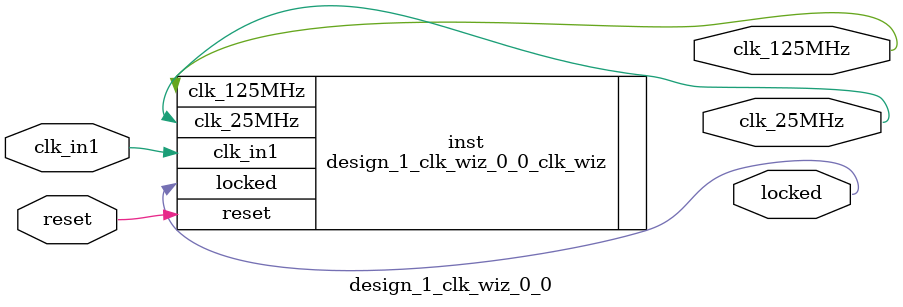
<source format=v>


`timescale 1ps/1ps

(* CORE_GENERATION_INFO = "design_1_clk_wiz_0_0,clk_wiz_v6_0_14_0_0,{component_name=design_1_clk_wiz_0_0,use_phase_alignment=true,use_min_o_jitter=false,use_max_i_jitter=false,use_dyn_phase_shift=false,use_inclk_switchover=false,use_dyn_reconfig=false,enable_axi=0,feedback_source=FDBK_AUTO,PRIMITIVE=MMCM,num_out_clk=2,clkin1_period=12.000,clkin2_period=10.0,use_power_down=false,use_reset=true,use_locked=true,use_inclk_stopped=false,feedback_type=SINGLE,CLOCK_MGR_TYPE=NA,manual_override=false}" *)

module design_1_clk_wiz_0_0 
 (
  // Clock out ports
  output        clk_25MHz,
  output        clk_125MHz,
  // Status and control signals
  input         reset,
  output        locked,
 // Clock in ports
  input         clk_in1
 );

  design_1_clk_wiz_0_0_clk_wiz inst
  (
  // Clock out ports  
  .clk_25MHz(clk_25MHz),
  .clk_125MHz(clk_125MHz),
  // Status and control signals               
  .reset(reset), 
  .locked(locked),
 // Clock in ports
  .clk_in1(clk_in1)
  );

endmodule

</source>
